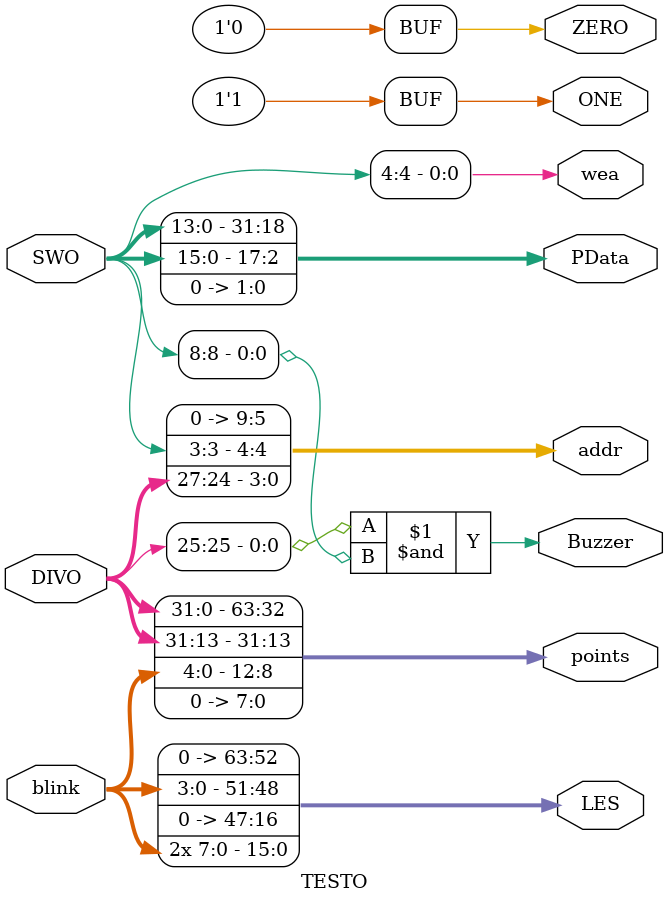
<source format=v>
`timescale 1ns / 1ps
module    TESTO(input[15:0] SWO,
	            input [31:0] DIVO,
	            input [7:0]blink,

                output Buzzer,
                output [63:0]points,
	            output [63:0]LES,
                output[31:0] PData,
                output [9:0]addr,
                output wea,
	            output ONE,
                output ZERO
                );
                             
    assign Buzzer  = DIVO[25] & SWO[8];
    assign LES = {12'h000, blink[3:0],32'h00000000,blink[7:0],blink[7:0]};
    assign points = {DIVO[31:0], DIVO[31:13], blink[4:0], 8'h00};
    assign PData = {SWO[13:0],SWO[15:0],2'b00};
    assign addr = {5'b00000,SWO[3],DIVO[27:24]};
    assign wea = SWO[4];
    assign ONE =1'b1;
    assign ZERO = 1'b0;	

endmodule

</source>
